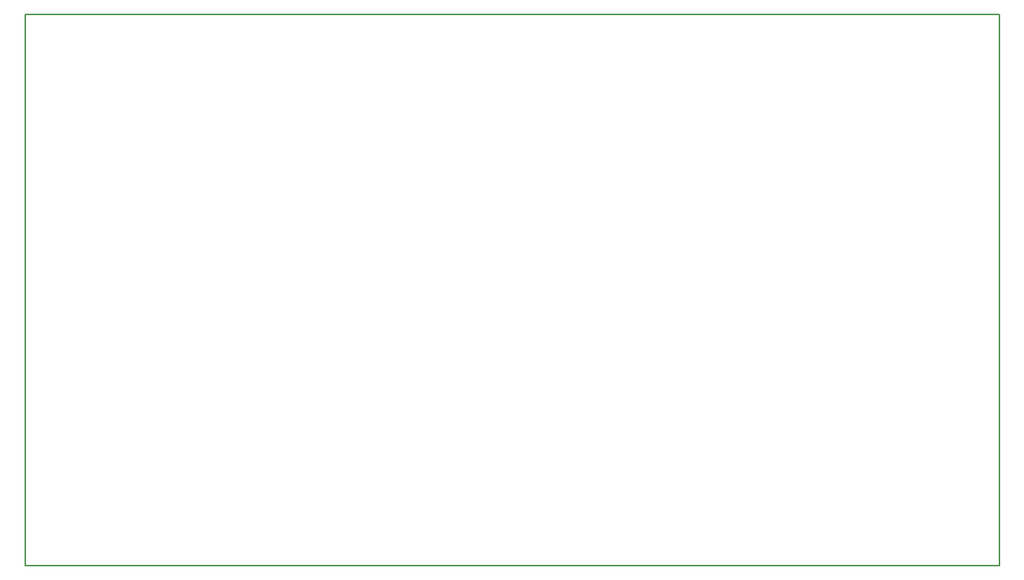
<source format=gm1>
G04 #@! TF.FileFunction,Profile,NP*
%FSLAX46Y46*%
G04 Gerber Fmt 4.6, Leading zero omitted, Abs format (unit mm)*
G04 Created by KiCad (PCBNEW 4.0.7-e2-6376~58~ubuntu14.04.1) date Wed Apr 11 20:24:01 2018*
%MOMM*%
%LPD*%
G01*
G04 APERTURE LIST*
%ADD10C,0.100000*%
%ADD11C,0.150000*%
G04 APERTURE END LIST*
D10*
D11*
X243840000Y-80010000D02*
X243840000Y-132080000D01*
X129540000Y-80010000D02*
X129540000Y-81280000D01*
X243840000Y-80010000D02*
X129540000Y-80010000D01*
X243840000Y-144780000D02*
X243840000Y-132080000D01*
X129540000Y-144780000D02*
X243840000Y-144780000D01*
X129540000Y-81280000D02*
X129540000Y-144780000D01*
M02*

</source>
